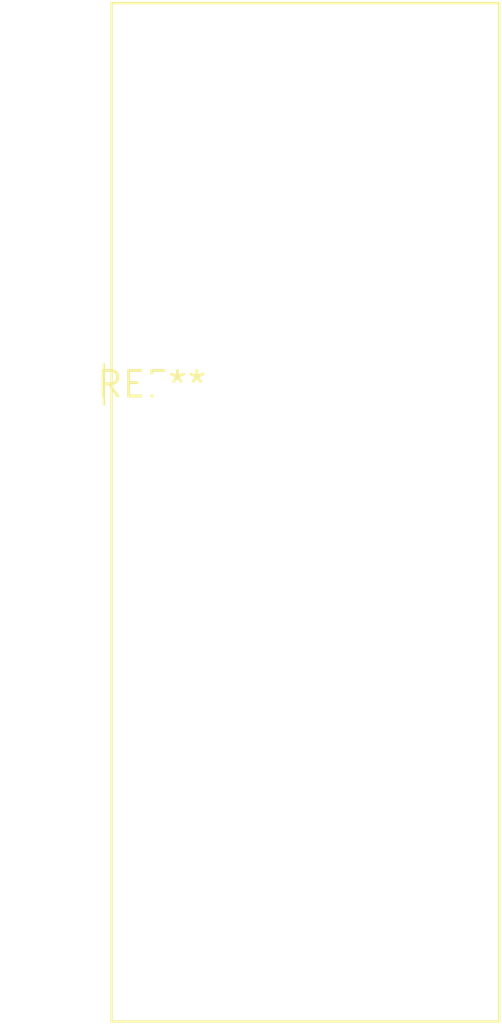
<source format=kicad_pcb>
(kicad_pcb (version 20240108) (generator pcbnew)
  (layers (0 "F.Cu" signal) (31 "B.Cu" signal) (34 "B.Paste" user) (35 "F.Paste" user) (36 "B.SilkS" user "B.Silkscreen") (37 "F.SilkS" user "F.Silkscreen") (38 "B.Mask" user) (39 "F.Mask" user) (44 "Edge.Cuts" user))
  (net 0 "")
  (footprint "CA56-12SYKWA" (layer "F.Cu") (at 0 0)
    (property "Reference" "REF**")
    (property "Value" "CA56-12SYKWA")
    (fp_line (start -2.38 -1) (end -2.38 1) (layer "F.SilkS") (stroke (width 0.12)))
    (fp_line (start -2 -18.92) (end -2 31.62) (layer "F.SilkS") (stroke (width 0.12)))
    (fp_line (start -2 -18.92) (end 17.24 -18.92) (layer "F.SilkS") (stroke (width 0.12)))
    (fp_line (start -2 31.62) (end 17.24 31.62) (layer "F.SilkS") (stroke (width 0.12)))
    (fp_line (start 17.24 31.62) (end 17.24 -18.92) (layer "F.SilkS") (stroke (width 0.12)))
    (pad "1" thru_hole rect (at 0 0) (size 1.5 1.5) (drill 1) (layers *.Cu *.Mask) (remove_unused_layers))
    (pad "2" thru_hole circle (at 0 2.54) (size 1.5 1.5) (drill 1) (layers *.Cu *.Mask) (remove_unused_layers))
    (pad "3" thru_hole circle (at 0 5.08) (size 1.5 1.5) (drill 1) (layers *.Cu *.Mask) (remove_unused_layers))
    (pad "4" thru_hole circle (at 0 7.62) (size 1.5 1.5) (drill 1) (layers *.Cu *.Mask) (remove_unused_layers))
    (pad "5" thru_hole circle (at 0 10.16) (size 1.5 1.5) (drill 1) (layers *.Cu *.Mask) (remove_unused_layers))
    (pad "6" thru_hole circle (at 0 12.7) (size 1.5 1.5) (drill 1) (layers *.Cu *.Mask) (remove_unused_layers))
    (pad "7" thru_hole circle (at 15.24 12.7) (size 1.5 1.5) (drill 1) (layers *.Cu *.Mask) (remove_unused_layers))
    (pad "8" thru_hole circle (at 15.24 10.16) (size 1.5 1.5) (drill 1) (layers *.Cu *.Mask) (remove_unused_layers))
    (pad "9" thru_hole circle (at 15.24 7.62) (size 1.5 1.5) (drill 1) (layers *.Cu *.Mask) (remove_unused_layers))
    (pad "10" thru_hole circle (at 15.24 5.08) (size 1.5 1.5) (drill 1) (layers *.Cu *.Mask) (remove_unused_layers))
    (pad "11" thru_hole circle (at 15.24 2.54) (size 1.5 1.5) (drill 1) (layers *.Cu *.Mask) (remove_unused_layers))
    (pad "12" thru_hole circle (at 15.24 0) (size 1.5 1.5) (drill 1) (layers *.Cu *.Mask) (remove_unused_layers))
  )
)
</source>
